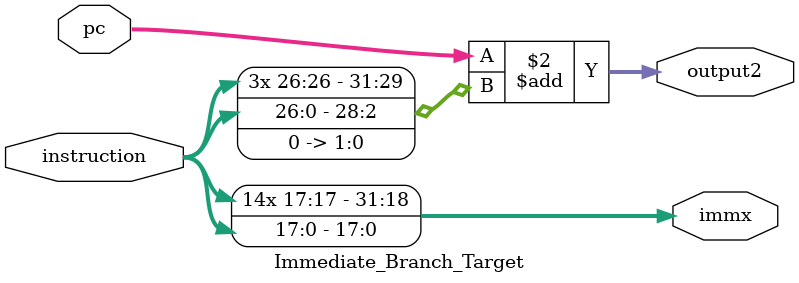
<source format=v>
module Immediate_Branch_Target(
    input  wire [31:0] pc,
    input  wire [31:0] instruction,
    output reg  [31:0] immx,
    output reg  [31:0] output2
);

    always @(*) begin
        begin
            
            immx = {{14{instruction[17]}}, instruction[17:0]};  
            output2 = pc + {{3{instruction[26]}}, instruction[26:0], 2'b00};  
        end
    end

endmodule

</source>
